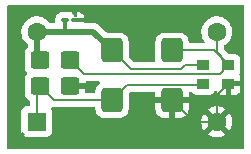
<source format=gbr>
%TF.GenerationSoftware,KiCad,Pcbnew,9.0.4*%
%TF.CreationDate,2025-11-29T15:55:59+01:00*%
%TF.ProjectId,SMD OSC Adapter,534d4420-4f53-4432-9041-646170746572,rev?*%
%TF.SameCoordinates,Original*%
%TF.FileFunction,Copper,L1,Top*%
%TF.FilePolarity,Positive*%
%FSLAX46Y46*%
G04 Gerber Fmt 4.6, Leading zero omitted, Abs format (unit mm)*
G04 Created by KiCad (PCBNEW 9.0.4) date 2025-11-29 15:55:59*
%MOMM*%
%LPD*%
G01*
G04 APERTURE LIST*
G04 Aperture macros list*
%AMRoundRect*
0 Rectangle with rounded corners*
0 $1 Rounding radius*
0 $2 $3 $4 $5 $6 $7 $8 $9 X,Y pos of 4 corners*
0 Add a 4 corners polygon primitive as box body*
4,1,4,$2,$3,$4,$5,$6,$7,$8,$9,$2,$3,0*
0 Add four circle primitives for the rounded corners*
1,1,$1+$1,$2,$3*
1,1,$1+$1,$4,$5*
1,1,$1+$1,$6,$7*
1,1,$1+$1,$8,$9*
0 Add four rect primitives between the rounded corners*
20,1,$1+$1,$2,$3,$4,$5,0*
20,1,$1+$1,$4,$5,$6,$7,0*
20,1,$1+$1,$6,$7,$8,$9,0*
20,1,$1+$1,$8,$9,$2,$3,0*%
G04 Aperture macros list end*
%TA.AperFunction,SMDPad,CuDef*%
%ADD10RoundRect,0.100000X-0.217500X-0.100000X0.217500X-0.100000X0.217500X0.100000X-0.217500X0.100000X0*%
%TD*%
%TA.AperFunction,SMDPad,CuDef*%
%ADD11R,1.000000X0.900000*%
%TD*%
%TA.AperFunction,SMDPad,CuDef*%
%ADD12RoundRect,0.250001X-0.549999X-0.499999X0.549999X-0.499999X0.549999X0.499999X-0.549999X0.499999X0*%
%TD*%
%TA.AperFunction,ComponentPad*%
%ADD13R,1.600000X1.600000*%
%TD*%
%TA.AperFunction,ComponentPad*%
%ADD14C,1.600000*%
%TD*%
%TA.AperFunction,SMDPad,CuDef*%
%ADD15RoundRect,0.250000X-0.650000X-0.750000X0.650000X-0.750000X0.650000X0.750000X-0.650000X0.750000X0*%
%TD*%
%TA.AperFunction,ViaPad*%
%ADD16C,0.600000*%
%TD*%
%TA.AperFunction,Conductor*%
%ADD17C,0.200000*%
%TD*%
%TA.AperFunction,Conductor*%
%ADD18C,0.500000*%
%TD*%
%TA.AperFunction,Conductor*%
%ADD19C,0.300000*%
%TD*%
G04 APERTURE END LIST*
D10*
%TO.P,C1,1*%
%TO.N,VCC*%
X86561000Y-60325000D03*
%TO.P,C1,2*%
%TO.N,GND*%
X87376000Y-60325000D03*
%TD*%
D11*
%TO.P,Y3,1,EN*%
%TO.N,/OE*%
X98239000Y-65697400D03*
%TO.P,Y3,2,GND*%
%TO.N,GND*%
X100389000Y-65697400D03*
%TO.P,Y3,3,OUT*%
%TO.N,/OUT*%
X100389000Y-64147400D03*
%TO.P,Y3,4,V+*%
%TO.N,VCC*%
X98239000Y-64147400D03*
%TD*%
D12*
%TO.P,Y2,1,OE*%
%TO.N,/OE*%
X84429600Y-65920800D03*
%TO.P,Y2,2,GND*%
%TO.N,GND*%
X86969600Y-65920800D03*
%TO.P,Y2,3,OUT*%
%TO.N,/OUT*%
X86969600Y-63720800D03*
%TO.P,Y2,4,Vcc*%
%TO.N,VCC*%
X84429600Y-63720800D03*
%TD*%
D13*
%TO.P,Y4,1,EN*%
%TO.N,/OE*%
X84153000Y-68927800D03*
D14*
%TO.P,Y4,7,GND*%
%TO.N,GND*%
X99393000Y-68927800D03*
%TO.P,Y4,8,OUT*%
%TO.N,/OUT*%
X99393000Y-61307800D03*
%TO.P,Y4,14,Vcc*%
%TO.N,VCC*%
X84153000Y-61307800D03*
%TD*%
D15*
%TO.P,Y1,1,OE*%
%TO.N,/OE*%
X90525600Y-67090400D03*
%TO.P,Y1,2,GND*%
%TO.N,GND*%
X95605600Y-67090400D03*
%TO.P,Y1,3,OUT*%
%TO.N,/OUT*%
X95605600Y-62890400D03*
%TO.P,Y1,4,Vcc*%
%TO.N,VCC*%
X90525600Y-62890400D03*
%TD*%
D16*
%TO.N,GND*%
X88900000Y-65913000D03*
%TD*%
D17*
%TO.N,GND*%
X86977400Y-65913000D02*
X86969600Y-65920800D01*
X88900000Y-65913000D02*
X86977400Y-65913000D01*
%TO.N,VCC*%
X92132600Y-64497400D02*
X90525600Y-62890400D01*
X96393000Y-64497400D02*
X92132600Y-64497400D01*
X96743000Y-64147400D02*
X96393000Y-64497400D01*
X98239000Y-64147400D02*
X96743000Y-64147400D01*
D18*
X86487000Y-61307800D02*
X88943000Y-61307800D01*
D19*
X86536000Y-60452000D02*
X86536000Y-61258800D01*
D17*
X86536000Y-61258800D02*
X86487000Y-61307800D01*
%TO.N,/OE*%
X91826600Y-65789400D02*
X98606200Y-65789400D01*
X90525600Y-67090400D02*
X91826600Y-65789400D01*
X84153000Y-66197400D02*
X84429600Y-65920800D01*
X84153000Y-68927800D02*
X84153000Y-66197400D01*
X85599200Y-67090400D02*
X84429600Y-65920800D01*
X90525600Y-67090400D02*
X85599200Y-67090400D01*
%TO.N,GND*%
X83052000Y-70028800D02*
X82905600Y-69882400D01*
X97443000Y-68927800D02*
X95605600Y-67090400D01*
X99393000Y-68927800D02*
X97443000Y-68927800D01*
X99393000Y-66693400D02*
X100389000Y-65697400D01*
X99393000Y-68927800D02*
X99393000Y-66693400D01*
%TO.N,/OUT*%
X99132000Y-62890400D02*
X100389000Y-64147400D01*
X95605600Y-62890400D02*
X99132000Y-62890400D01*
X100389000Y-64016200D02*
X99393000Y-63020200D01*
X99393000Y-63020200D02*
X99393000Y-61307800D01*
X100389000Y-64147400D02*
X100389000Y-64016200D01*
X88147200Y-64898400D02*
X99638000Y-64898400D01*
X86969600Y-63720800D02*
X88147200Y-64898400D01*
X99638000Y-64898400D02*
X100389000Y-64147400D01*
%TO.N,VCC*%
X98175200Y-64211200D02*
X98239000Y-64147400D01*
D18*
X88943000Y-61307800D02*
X90525600Y-62890400D01*
X84153000Y-61307800D02*
X86487000Y-61307800D01*
X84153000Y-61307800D02*
X84153000Y-63444200D01*
D17*
X84153000Y-63444200D02*
X84429600Y-63720800D01*
%TD*%
%TA.AperFunction,Conductor*%
%TO.N,GND*%
G36*
X89440095Y-65518585D02*
G01*
X89485850Y-65571389D01*
X89495794Y-65640547D01*
X89466769Y-65704103D01*
X89438152Y-65728439D01*
X89406944Y-65747687D01*
X89282889Y-65871742D01*
X89190787Y-66021063D01*
X89190785Y-66021068D01*
X89165189Y-66098311D01*
X89135601Y-66187603D01*
X89135601Y-66187604D01*
X89135600Y-66187604D01*
X89125100Y-66290383D01*
X89125100Y-66365900D01*
X89105415Y-66432939D01*
X89052611Y-66478694D01*
X89001100Y-66489900D01*
X88393600Y-66489900D01*
X88326561Y-66470215D01*
X88280806Y-66417411D01*
X88269600Y-66365900D01*
X88269600Y-66170800D01*
X87093600Y-66170800D01*
X87026561Y-66151115D01*
X86980806Y-66098311D01*
X86969600Y-66046800D01*
X86969600Y-65794800D01*
X86989285Y-65727761D01*
X87042089Y-65682006D01*
X87093600Y-65670800D01*
X88269600Y-65670800D01*
X88269600Y-65622900D01*
X88289285Y-65555861D01*
X88342089Y-65510106D01*
X88393600Y-65498900D01*
X89373056Y-65498900D01*
X89440095Y-65518585D01*
G37*
%TD.AperFunction*%
%TA.AperFunction,Conductor*%
G36*
X101677539Y-59067185D02*
G01*
X101723294Y-59119989D01*
X101734500Y-59171500D01*
X101734500Y-71130500D01*
X101714815Y-71197539D01*
X101662011Y-71243294D01*
X101610500Y-71254500D01*
X81777500Y-71254500D01*
X81710461Y-71234815D01*
X81664706Y-71182011D01*
X81653500Y-71130500D01*
X81653500Y-61205448D01*
X82852500Y-61205448D01*
X82852500Y-61410151D01*
X82884522Y-61612334D01*
X82947781Y-61807023D01*
X83011691Y-61932453D01*
X83039792Y-61987603D01*
X83040715Y-61989413D01*
X83161028Y-62155013D01*
X83161034Y-62155019D01*
X83305781Y-62299766D01*
X83351384Y-62332898D01*
X83354724Y-62337229D01*
X83359703Y-62339503D01*
X83375832Y-62364601D01*
X83394050Y-62388225D01*
X83395303Y-62394898D01*
X83397477Y-62398281D01*
X83402500Y-62433216D01*
X83402500Y-62585172D01*
X83382815Y-62652211D01*
X83366181Y-62672853D01*
X83286889Y-62752144D01*
X83286886Y-62752148D01*
X83194787Y-62901462D01*
X83194786Y-62901464D01*
X83139601Y-63068003D01*
X83139600Y-63068004D01*
X83129100Y-63170784D01*
X83129100Y-64270815D01*
X83139600Y-64373595D01*
X83139601Y-64373596D01*
X83194786Y-64540135D01*
X83194787Y-64540137D01*
X83286886Y-64689451D01*
X83286889Y-64689455D01*
X83330553Y-64733120D01*
X83364037Y-64794443D01*
X83359052Y-64864135D01*
X83330553Y-64908480D01*
X83286889Y-64952144D01*
X83286886Y-64952148D01*
X83194787Y-65101462D01*
X83194786Y-65101464D01*
X83139601Y-65268003D01*
X83139600Y-65268004D01*
X83129100Y-65370784D01*
X83129100Y-66470815D01*
X83139600Y-66573595D01*
X83139601Y-66573597D01*
X83145432Y-66591193D01*
X83194786Y-66740135D01*
X83194787Y-66740137D01*
X83286886Y-66889451D01*
X83286889Y-66889455D01*
X83410944Y-67013510D01*
X83410948Y-67013513D01*
X83493597Y-67064492D01*
X83540322Y-67116440D01*
X83552500Y-67170030D01*
X83552500Y-67503300D01*
X83532815Y-67570339D01*
X83480011Y-67616094D01*
X83428501Y-67627300D01*
X83305130Y-67627300D01*
X83305123Y-67627301D01*
X83245516Y-67633708D01*
X83110671Y-67684002D01*
X83110664Y-67684006D01*
X82995455Y-67770252D01*
X82995452Y-67770255D01*
X82909206Y-67885464D01*
X82909202Y-67885471D01*
X82858908Y-68020317D01*
X82852501Y-68079916D01*
X82852501Y-68079923D01*
X82852500Y-68079935D01*
X82852500Y-69775670D01*
X82852501Y-69775676D01*
X82858908Y-69835283D01*
X82909202Y-69970128D01*
X82909206Y-69970135D01*
X82995452Y-70085344D01*
X82995455Y-70085347D01*
X83110664Y-70171593D01*
X83110671Y-70171597D01*
X83245517Y-70221891D01*
X83245516Y-70221891D01*
X83252444Y-70222635D01*
X83305127Y-70228300D01*
X85000872Y-70228299D01*
X85060483Y-70221891D01*
X85195331Y-70171596D01*
X85310546Y-70085346D01*
X85396796Y-69970131D01*
X85416732Y-69916681D01*
X85416733Y-69916679D01*
X85447090Y-69835285D01*
X85447091Y-69835283D01*
X85453500Y-69775673D01*
X85453499Y-68825482D01*
X98093000Y-68825482D01*
X98093000Y-69030117D01*
X98125009Y-69232217D01*
X98188244Y-69426831D01*
X98281141Y-69609150D01*
X98281147Y-69609159D01*
X98313523Y-69653721D01*
X98313524Y-69653722D01*
X98993000Y-68974246D01*
X98993000Y-68980461D01*
X99020259Y-69082194D01*
X99072920Y-69173406D01*
X99147394Y-69247880D01*
X99238606Y-69300541D01*
X99340339Y-69327800D01*
X99346553Y-69327800D01*
X98667076Y-70007274D01*
X98711650Y-70039659D01*
X98893968Y-70132555D01*
X99088582Y-70195790D01*
X99290683Y-70227800D01*
X99495317Y-70227800D01*
X99697417Y-70195790D01*
X99892031Y-70132555D01*
X100074349Y-70039659D01*
X100118921Y-70007274D01*
X99439447Y-69327800D01*
X99445661Y-69327800D01*
X99547394Y-69300541D01*
X99638606Y-69247880D01*
X99713080Y-69173406D01*
X99765741Y-69082194D01*
X99793000Y-68980461D01*
X99793000Y-68974247D01*
X100472474Y-69653721D01*
X100504859Y-69609149D01*
X100597755Y-69426831D01*
X100660990Y-69232217D01*
X100693000Y-69030117D01*
X100693000Y-68825482D01*
X100660990Y-68623382D01*
X100597755Y-68428768D01*
X100504859Y-68246450D01*
X100472474Y-68201877D01*
X100472474Y-68201876D01*
X99793000Y-68881351D01*
X99793000Y-68875139D01*
X99765741Y-68773406D01*
X99713080Y-68682194D01*
X99638606Y-68607720D01*
X99547394Y-68555059D01*
X99445661Y-68527800D01*
X99439446Y-68527800D01*
X100118922Y-67848324D01*
X100118921Y-67848323D01*
X100074359Y-67815947D01*
X100074350Y-67815941D01*
X99892031Y-67723044D01*
X99697417Y-67659809D01*
X99495317Y-67627800D01*
X99290683Y-67627800D01*
X99088582Y-67659809D01*
X98893968Y-67723044D01*
X98711644Y-67815943D01*
X98667077Y-67848323D01*
X98667077Y-67848324D01*
X99346554Y-68527800D01*
X99340339Y-68527800D01*
X99238606Y-68555059D01*
X99147394Y-68607720D01*
X99072920Y-68682194D01*
X99020259Y-68773406D01*
X98993000Y-68875139D01*
X98993000Y-68881353D01*
X98313524Y-68201877D01*
X98313523Y-68201877D01*
X98281143Y-68246444D01*
X98188244Y-68428768D01*
X98125009Y-68623382D01*
X98093000Y-68825482D01*
X85453499Y-68825482D01*
X85453499Y-68079928D01*
X85447091Y-68020317D01*
X85436975Y-67993195D01*
X85396797Y-67885471D01*
X85392546Y-67877686D01*
X85394232Y-67876765D01*
X85373741Y-67821816D01*
X85388598Y-67753544D01*
X85438007Y-67704142D01*
X85506280Y-67689295D01*
X85513621Y-67690040D01*
X85520137Y-67690898D01*
X85520143Y-67690900D01*
X89001101Y-67690900D01*
X89068140Y-67710585D01*
X89113895Y-67763389D01*
X89125101Y-67814900D01*
X89125101Y-67890418D01*
X89135600Y-67993196D01*
X89135601Y-67993199D01*
X89164341Y-68079928D01*
X89190786Y-68159734D01*
X89282888Y-68309056D01*
X89406944Y-68433112D01*
X89556266Y-68525214D01*
X89722803Y-68580399D01*
X89825591Y-68590900D01*
X91225608Y-68590899D01*
X91328397Y-68580399D01*
X91494934Y-68525214D01*
X91644256Y-68433112D01*
X91768312Y-68309056D01*
X91860414Y-68159734D01*
X91915599Y-67993197D01*
X91926100Y-67890409D01*
X91926100Y-67890386D01*
X94205601Y-67890386D01*
X94216094Y-67993097D01*
X94271241Y-68159519D01*
X94271243Y-68159524D01*
X94363284Y-68308745D01*
X94487254Y-68432715D01*
X94636475Y-68524756D01*
X94636480Y-68524758D01*
X94802902Y-68579905D01*
X94802909Y-68579906D01*
X94905619Y-68590399D01*
X95355599Y-68590399D01*
X95855600Y-68590399D01*
X96305572Y-68590399D01*
X96305586Y-68590398D01*
X96408297Y-68579905D01*
X96574719Y-68524758D01*
X96574724Y-68524756D01*
X96723945Y-68432715D01*
X96847915Y-68308745D01*
X96939956Y-68159524D01*
X96939958Y-68159519D01*
X96995105Y-67993097D01*
X96995106Y-67993090D01*
X97005600Y-67890379D01*
X97005600Y-67340400D01*
X95855600Y-67340400D01*
X95855600Y-68590399D01*
X95355599Y-68590399D01*
X95355600Y-68590398D01*
X95355600Y-67340400D01*
X94205601Y-67340400D01*
X94205601Y-67890386D01*
X91926100Y-67890386D01*
X91926099Y-67171300D01*
X91926099Y-66590498D01*
X91934744Y-66561054D01*
X91941267Y-66531070D01*
X91945020Y-66526056D01*
X91945783Y-66523459D01*
X91962418Y-66502816D01*
X92039017Y-66426218D01*
X92100341Y-66392734D01*
X92126698Y-66389900D01*
X94081600Y-66389900D01*
X94148639Y-66409585D01*
X94194394Y-66462389D01*
X94205600Y-66513900D01*
X94205600Y-66840400D01*
X97005599Y-66840400D01*
X97005599Y-66513900D01*
X97008149Y-66505214D01*
X97006861Y-66496253D01*
X97017839Y-66472212D01*
X97025284Y-66446861D01*
X97032124Y-66440933D01*
X97035886Y-66432697D01*
X97058120Y-66418407D01*
X97078088Y-66401106D01*
X97088602Y-66398818D01*
X97094664Y-66394923D01*
X97129599Y-66389900D01*
X97233261Y-66389900D01*
X97300300Y-66409585D01*
X97332527Y-66439589D01*
X97381452Y-66504944D01*
X97381455Y-66504947D01*
X97496664Y-66591193D01*
X97496671Y-66591197D01*
X97631517Y-66641491D01*
X97631516Y-66641491D01*
X97638444Y-66642235D01*
X97691127Y-66647900D01*
X98786872Y-66647899D01*
X98846483Y-66641491D01*
X98981331Y-66591196D01*
X99096546Y-66504946D01*
X99182796Y-66389731D01*
X99182888Y-66389486D01*
X99198084Y-66348742D01*
X99239954Y-66292808D01*
X99305418Y-66268390D01*
X99373691Y-66283241D01*
X99423097Y-66332645D01*
X99430448Y-66348740D01*
X99445646Y-66389487D01*
X99445649Y-66389493D01*
X99531809Y-66504587D01*
X99531812Y-66504590D01*
X99646906Y-66590750D01*
X99646913Y-66590754D01*
X99781620Y-66640996D01*
X99781627Y-66640998D01*
X99841155Y-66647399D01*
X99841172Y-66647400D01*
X100139000Y-66647400D01*
X100639000Y-66647400D01*
X100936828Y-66647400D01*
X100936844Y-66647399D01*
X100996372Y-66640998D01*
X100996379Y-66640996D01*
X101131086Y-66590754D01*
X101131093Y-66590750D01*
X101246187Y-66504590D01*
X101246190Y-66504587D01*
X101332350Y-66389493D01*
X101332354Y-66389486D01*
X101382596Y-66254779D01*
X101382598Y-66254772D01*
X101388999Y-66195244D01*
X101389000Y-66195227D01*
X101389000Y-65947400D01*
X100639000Y-65947400D01*
X100639000Y-66647400D01*
X100139000Y-66647400D01*
X100139000Y-65821400D01*
X100158685Y-65754361D01*
X100211489Y-65708606D01*
X100263000Y-65697400D01*
X100389000Y-65697400D01*
X100389000Y-65571400D01*
X100408685Y-65504361D01*
X100461489Y-65458606D01*
X100513000Y-65447400D01*
X101389000Y-65447400D01*
X101389000Y-65199572D01*
X101388999Y-65199555D01*
X101382598Y-65140027D01*
X101382597Y-65140023D01*
X101332350Y-65005307D01*
X101326228Y-64997129D01*
X101301809Y-64931665D01*
X101316659Y-64863392D01*
X101326223Y-64848511D01*
X101332796Y-64839731D01*
X101383091Y-64704883D01*
X101389500Y-64645273D01*
X101389499Y-63649528D01*
X101383091Y-63589917D01*
X101341342Y-63477983D01*
X101332797Y-63455071D01*
X101332793Y-63455064D01*
X101246547Y-63339855D01*
X101246544Y-63339852D01*
X101131335Y-63253606D01*
X101131328Y-63253602D01*
X100996482Y-63203308D01*
X100996483Y-63203308D01*
X100936883Y-63196901D01*
X100936881Y-63196900D01*
X100936873Y-63196900D01*
X100936865Y-63196900D01*
X100470298Y-63196900D01*
X100403259Y-63177215D01*
X100382617Y-63160581D01*
X100029819Y-62807783D01*
X100015115Y-62780855D01*
X99998523Y-62755037D01*
X99997631Y-62748836D01*
X99996334Y-62746460D01*
X99993500Y-62720102D01*
X99993500Y-62537401D01*
X100013185Y-62470362D01*
X100061206Y-62426916D01*
X100074610Y-62420087D01*
X100240219Y-62299766D01*
X100384966Y-62155019D01*
X100384968Y-62155015D01*
X100384971Y-62155013D01*
X100455236Y-62058300D01*
X100505287Y-61989410D01*
X100598220Y-61807019D01*
X100661477Y-61612334D01*
X100693500Y-61410152D01*
X100693500Y-61205448D01*
X100661477Y-61003266D01*
X100598220Y-60808581D01*
X100598218Y-60808578D01*
X100598218Y-60808576D01*
X100555555Y-60724846D01*
X100505287Y-60626190D01*
X100497556Y-60615549D01*
X100384971Y-60460586D01*
X100240213Y-60315828D01*
X100074613Y-60195515D01*
X100074612Y-60195514D01*
X100074610Y-60195513D01*
X100005544Y-60160322D01*
X99892223Y-60102581D01*
X99697534Y-60039322D01*
X99522995Y-60011678D01*
X99495352Y-60007300D01*
X99290648Y-60007300D01*
X99266329Y-60011151D01*
X99088465Y-60039322D01*
X98893776Y-60102581D01*
X98711386Y-60195515D01*
X98545786Y-60315828D01*
X98401028Y-60460586D01*
X98280715Y-60626186D01*
X98187781Y-60808576D01*
X98124522Y-61003265D01*
X98092500Y-61205448D01*
X98092500Y-61410151D01*
X98124522Y-61612334D01*
X98187781Y-61807023D01*
X98251691Y-61932453D01*
X98279792Y-61987603D01*
X98280715Y-61989413D01*
X98355985Y-62093015D01*
X98379465Y-62158822D01*
X98363639Y-62226875D01*
X98313533Y-62275570D01*
X98255667Y-62289900D01*
X97130099Y-62289900D01*
X97063060Y-62270215D01*
X97017305Y-62217411D01*
X97006099Y-62165900D01*
X97006099Y-62090398D01*
X97006098Y-62090381D01*
X96995599Y-61987603D01*
X96995598Y-61987600D01*
X96940414Y-61821066D01*
X96848312Y-61671744D01*
X96724256Y-61547688D01*
X96574934Y-61455586D01*
X96408397Y-61400401D01*
X96408395Y-61400400D01*
X96305610Y-61389900D01*
X94905598Y-61389900D01*
X94905581Y-61389901D01*
X94802803Y-61400400D01*
X94802800Y-61400401D01*
X94636268Y-61455585D01*
X94636263Y-61455587D01*
X94486942Y-61547689D01*
X94362889Y-61671742D01*
X94270787Y-61821063D01*
X94270786Y-61821066D01*
X94215601Y-61987603D01*
X94215601Y-61987604D01*
X94215600Y-61987604D01*
X94205100Y-62090383D01*
X94205100Y-63690401D01*
X94205101Y-63690419D01*
X94212240Y-63760299D01*
X94199470Y-63828992D01*
X94151589Y-63879876D01*
X94088882Y-63896900D01*
X92432697Y-63896900D01*
X92365658Y-63877215D01*
X92345016Y-63860581D01*
X91962418Y-63477983D01*
X91928933Y-63416660D01*
X91926099Y-63390302D01*
X91926099Y-62090398D01*
X91926098Y-62090381D01*
X91915599Y-61987603D01*
X91915598Y-61987600D01*
X91860414Y-61821066D01*
X91768312Y-61671744D01*
X91644256Y-61547688D01*
X91494934Y-61455586D01*
X91328397Y-61400401D01*
X91328395Y-61400400D01*
X91225616Y-61389900D01*
X91225609Y-61389900D01*
X90137830Y-61389900D01*
X90070791Y-61370215D01*
X90050149Y-61353581D01*
X89421421Y-60724852D01*
X89421414Y-60724846D01*
X89321818Y-60658299D01*
X89321817Y-60658299D01*
X89298495Y-60642716D01*
X89298488Y-60642712D01*
X89161917Y-60586143D01*
X89161907Y-60586140D01*
X89016920Y-60557300D01*
X89016918Y-60557300D01*
X88270022Y-60557300D01*
X88202983Y-60537615D01*
X88188336Y-60525000D01*
X87503000Y-60525000D01*
X87435961Y-60505315D01*
X87390206Y-60452511D01*
X87379000Y-60401001D01*
X87378999Y-60227362D01*
X87398683Y-60160322D01*
X87451487Y-60114567D01*
X87520645Y-60104623D01*
X87565264Y-60125000D01*
X88185510Y-60125000D01*
X88185511Y-60124998D01*
X88178057Y-60068372D01*
X88178055Y-60068366D01*
X88117600Y-59922414D01*
X88021424Y-59797075D01*
X87896086Y-59700899D01*
X87750134Y-59640445D01*
X87750130Y-59640444D01*
X87632830Y-59625000D01*
X87576000Y-59625000D01*
X87576000Y-59957762D01*
X87556315Y-60024801D01*
X87503511Y-60070556D01*
X87434353Y-60080500D01*
X87370797Y-60051475D01*
X87337439Y-60005215D01*
X87317783Y-59957762D01*
X87303036Y-59922159D01*
X87206782Y-59796718D01*
X87206779Y-59796716D01*
X87201834Y-59790271D01*
X87204575Y-59788167D01*
X87178772Y-59740643D01*
X87176000Y-59714573D01*
X87176000Y-59625000D01*
X87175999Y-59624999D01*
X87119176Y-59625000D01*
X87001871Y-59640442D01*
X87001569Y-59640524D01*
X87001255Y-59640524D01*
X86993811Y-59641504D01*
X86993682Y-59640524D01*
X86943384Y-59640525D01*
X86943320Y-59641017D01*
X86939589Y-59640525D01*
X86937391Y-59640526D01*
X86935265Y-59639956D01*
X86817861Y-59624500D01*
X86304136Y-59624500D01*
X86186746Y-59639953D01*
X86186737Y-59639956D01*
X86040660Y-59700463D01*
X85915218Y-59796718D01*
X85818963Y-59922160D01*
X85758456Y-60068237D01*
X85758455Y-60068239D01*
X85750983Y-60124998D01*
X85743000Y-60185639D01*
X85743000Y-60315834D01*
X85743001Y-60433300D01*
X85723317Y-60500339D01*
X85670513Y-60546094D01*
X85619001Y-60557300D01*
X85278418Y-60557300D01*
X85211379Y-60537615D01*
X85178100Y-60506185D01*
X85144971Y-60460587D01*
X85144967Y-60460582D01*
X85000213Y-60315828D01*
X84834613Y-60195515D01*
X84834612Y-60195514D01*
X84834610Y-60195513D01*
X84765544Y-60160322D01*
X84652223Y-60102581D01*
X84457534Y-60039322D01*
X84282995Y-60011678D01*
X84255352Y-60007300D01*
X84050648Y-60007300D01*
X84026329Y-60011151D01*
X83848465Y-60039322D01*
X83653776Y-60102581D01*
X83471386Y-60195515D01*
X83305786Y-60315828D01*
X83161028Y-60460586D01*
X83040715Y-60626186D01*
X82947781Y-60808576D01*
X82884522Y-61003265D01*
X82852500Y-61205448D01*
X81653500Y-61205448D01*
X81653500Y-59171500D01*
X81673185Y-59104461D01*
X81725989Y-59058706D01*
X81777500Y-59047500D01*
X101610500Y-59047500D01*
X101677539Y-59067185D01*
G37*
%TD.AperFunction*%
%TD*%
M02*

</source>
